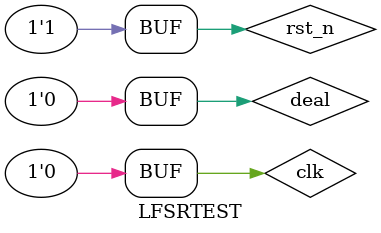
<source format=v>
`timescale 1ns / 1ps


module LFSRTEST;

	// Inputs
	reg deal;
	reg clk;
	reg rst_n;

	// Outputs
	wire dealt;
	wire [3:0] A;

	// Instantiate the Unit Under Test (UUT)
	LFSR uut (
		.dealt(dealt), 
		.A(A), 
		.deal(deal), 
		.clk(clk), 
		.rst_n(rst_n)
	);

	initial begin
		// Initialize Inputs
		deal = 0;
		clk = 0;
		rst_n = 0;

		// Wait 100 ns for global reset to finish
		#100;
        
		// Add stimulus here
		rst_n = 1;
		repeat(32)
			#1 clk = ~clk;
			deal = 1'b1;
		repeat(32)
			#1 clk = ~clk; 
			deal = 1'b0;
		repeat(32)
			#1 clk = ~clk;
			deal = 1'b1;
		repeat(32)
			#1 clk = ~clk;
			deal = 1'b0;
		repeat(32)
			#1 clk = ~clk;
			deal = 1'b1;
		repeat(32)
			#1 clk = ~clk;
			deal = 1'b0;
		repeat(32)
			#1 clk = ~clk;
			deal = 1'b1;
		repeat(32)
			#1 clk = ~clk;
			deal = 1'b0;
	end
      
endmodule


</source>
